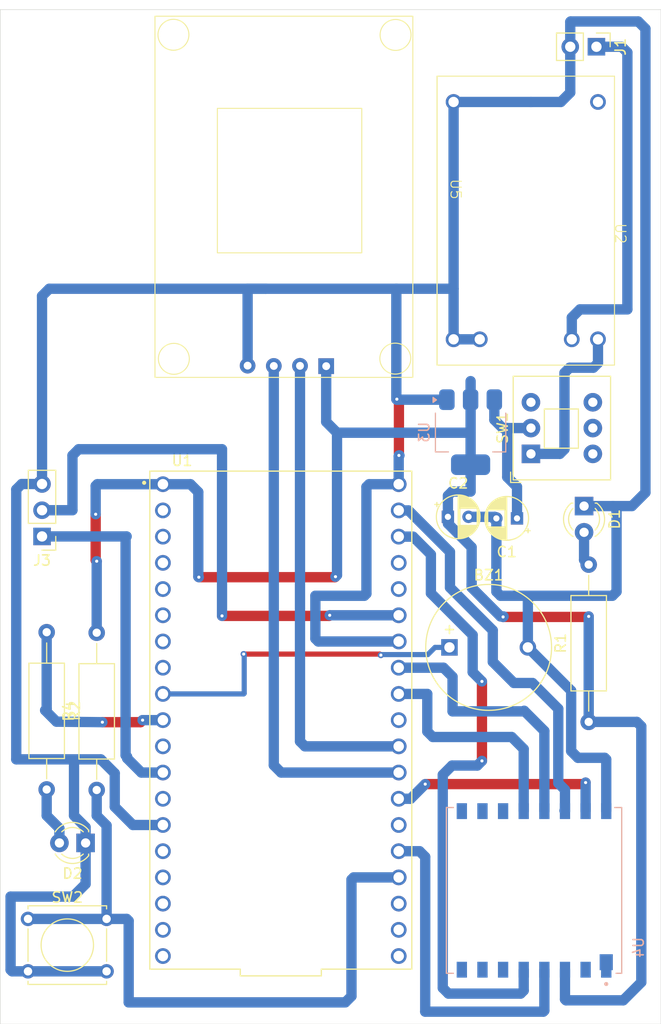
<source format=kicad_pcb>
(kicad_pcb (version 20240108) (generator "pcbnew") (generator_version "8.0")
  (layers (0 "F.Cu" signal) (31 "B.Cu" signal) (34 "B.Paste" user) (35 "F.Paste" user) (36 "B.SilkS" user "B.Silkscreen") (37 "F.SilkS" user "F.Silkscreen") (38 "B.Mask" user) (39 "F.Mask" user) (44 "Edge.Cuts" user))
  (net 0 "")
  (net 1 "BUZZER")
  (net 2 "GND")
  (net 3 "Net-(SW1-B)")
  (net 4 "3V3")
  (net 5 "Net-(D1-A)")
  (net 6 "Net-(D2-A)")
  (net 7 "Net-(J1-Pin_1)")
  (net 8 "WATER_LVL_PWR")
  (net 9 "WATER_LVL_ADC")
  (net 10 "LED1")
  (net 11 "PANIC_BTN")
  (net 12 "7.4V_BATT")
  (net 14 "GPS_RX")
  (net 15 "GPS_TX")
  (net 16 "MISO")
  (net 27 "DIO0")
  (net 28 "NSS")
  (net 38 "LORA_RST")
  (net 40 "SCK")
  (net 42 "MOSI")
  (footprint "Connector_PinHeader_2.54mm:PinHeader_1x02_P2.54mm_Vertical" (layer "F.Cu") (at 169.75 26.45 -90)
    (property "Reference" "J1" (at 0 -2.33 90) (layer "F.SilkS"))
    (property "Value" "7.4_BATT_IN")
    (pad "1" thru_hole rect (at 0 0 270) (size 1.7 1.7) (drill 1) (layers "*.Cu" "*.Mask") (net 7 "Net-(J1-Pin_1)"))
    (pad "2" thru_hole oval (at 0 2.54 270) (size 1.7 1.7) (drill 1) (layers "*.Cu" "*.Mask") (net 2 "GND"))
  )
  (footprint "Button_Switch_THT:SW_Push_2P2T_Toggle_CK_PVA2OAH5xxxxxxV2" (layer "F.Cu") (at 163.4 65.9 90)
    (property "Reference" "SW1" (at 2.5 -2.75 90) (layer "F.SilkS"))
    (property "Value" "ON/OFF")
    (pad "1" thru_hole rect (at 0 0 90) (size 1.8 1.8) (drill 0.9) (layers "*.Cu" "*.Mask") (net 12 "7.4V_BATT"))
    (pad "2" thru_hole circle (at 2.5 0 90) (size 1.8 1.8) (drill 0.9) (layers "*.Cu" "*.Mask") (net 3 "Net-(SW1-B)"))
    (pad "3" thru_hole circle (at 5 0 90) (size 1.8 1.8) (drill 0.9) (layers "*.Cu" "*.Mask"))
    (pad "4" thru_hole circle (at 0 6 90) (size 1.8 1.8) (drill 0.9) (layers "*.Cu" "*.Mask"))
    (pad "5" thru_hole circle (at 2.5 6 90) (size 1.8 1.8) (drill 0.9) (layers "*.Cu" "*.Mask"))
    (pad "6" thru_hole circle (at 5 6 90) (size 1.8 1.8) (drill 0.9) (layers "*.Cu" "*.Mask"))
  )
  (footprint "LED_THT:LED_D3.0mm" (layer "F.Cu") (at 168.55 70.96 -90)
    (property "Reference" "D1" (at 1.27 -2.96 90) (layer "F.SilkS"))
    (property "Value" "GREEN")
    (pad "1" thru_hole rect (at 0 0 270) (size 1.8 1.8) (drill 0.9) (layers "*.Cu" "*.Mask") (net 2 "GND"))
    (pad "2" thru_hole circle (at 2.54 0 270) (size 1.8 1.8) (drill 0.9) (layers "*.Cu" "*.Mask") (net 5 "Net-(D1-A)"))
  )
  (footprint "Resistor_THT:R_Axial_DIN0309_L9.0mm_D3.2mm_P15.24mm_Horizontal" (layer "F.Cu") (at 116.45 83.18 -90)
    (property "Reference" "R2" (at 7.62 -2.72 90) (layer "F.SilkS"))
    (property "Value" "200R")
    (pad "1" thru_hole circle (at 0 0 270) (size 1.6 1.6) (drill 0.8) (layers "*.Cu" "*.Mask") (net 10 "LED1"))
    (pad "2" thru_hole oval (at 15.24 0 270) (size 1.6 1.6) (drill 0.8) (layers "*.Cu" "*.Mask") (net 6 "Net-(D2-A)"))
  )
  (footprint "my-modules:NEO-6M-GPS-MODULE" (layer "F.Cu") (at 151.95 23.49 -90)
    (property "Reference" "U5" (at 16.76 -4.16 -90) (layer "F.SilkS") (effects (font (thickness 0.1))))
    (property "Value" "~")
    (pad "1" thru_hole rect (at 33.91 8.4 270) (size 1.524 1.524) (drill 0.762) (layers "*.Cu" "*.Mask") (net 4 "3V3"))
    (pad "2" thru_hole circle (at 33.88 10.94 270) (size 1.524 1.524) (drill 0.762) (layers "*.Cu" "*.Mask") (net 14 "GPS_RX"))
    (pad "3" thru_hole circle (at 33.89 13.48 270) (size 1.524 1.524) (drill 0.762) (layers "*.Cu" "*.Mask") (net 15 "GPS_TX"))
    (pad "4" thru_hole circle (at 33.86 16.02 270) (size 1.524 1.524) (drill 0.762) (layers "*.Cu" "*.Mask") (net 2 "GND"))
  )
  (footprint "my-modules:TP4056-MODULE" (layer "F.Cu") (at 154.3 29.3 -90)
    (property "Reference" "U2" (at 15.24 -17.78 -90) (layer "F.SilkS") (effects (font (thickness 0.1))))
    (property "Value" "~")
    (pad "1" thru_hole circle (at 2.5 -15.6 270) (size 1.524 1.524) (drill 1) (layers "*.Cu" "*.Mask"))
    (pad "2" thru_hole circle (at 2.5 -1.6 270) (size 1.524 1.524) (drill 1) (layers "*.Cu" "*.Mask") (net 2 "GND"))
    (pad "3" thru_hole circle (at 25.5 -1.6 270) (size 1.524 1.524) (drill 1) (layers "*.Cu" "*.Mask") (net 2 "GND"))
    (pad "4" thru_hole circle (at 25.5 -4.14 270) (size 1.524 1.524) (drill 1) (layers "*.Cu" "*.Mask") (net 2 "GND"))
    (pad "5" thru_hole circle (at 25.5 -13.06 270) (size 1.524 1.524) (drill 1) (layers "*.Cu" "*.Mask") (net 7 "Net-(J1-Pin_1)"))
    (pad "6" thru_hole circle (at 25.5 -15.6 270) (size 1.524 1.524) (drill 1) (layers "*.Cu" "*.Mask") (net 12 "7.4V_BATT"))
  )
  (footprint "Capacitor_THT:CP_Radial_D4.0mm_P2.00mm" (layer "F.Cu") (at 155.35 72)
    (property "Reference" "C2" (at 1 -3.25 360) (layer "F.SilkS"))
    (property "Value" "10uF")
    (pad "1" thru_hole rect (at 0 0) (size 1.2 1.2) (drill 0.6) (layers "*.Cu" "*.Mask") (net 4 "3V3"))
    (pad "2" thru_hole circle (at 2 0) (size 1.2 1.2) (drill 0.6) (layers "*.Cu" "*.Mask") (net 2 "GND"))
  )
  (footprint "Capacitor_THT:CP_Radial_D4.0mm_P2.00mm" (layer "F.Cu") (at 162.05 72.15 180)
    (property "Reference" "C1" (at 1 -3.25 360) (layer "F.SilkS"))
    (property "Value" "10uF")
    (pad "1" thru_hole rect (at 0 0 180) (size 1.2 1.2) (drill 0.6) (layers "*.Cu" "*.Mask") (net 3 "Net-(SW1-B)"))
    (pad "2" thru_hole circle (at 2 0 180) (size 1.2 1.2) (drill 0.6) (layers "*.Cu" "*.Mask") (net 2 "GND"))
  )
  (footprint "Buzzer_Beeper:MagneticBuzzer_ProSignal_ABI-010-RC" (layer "F.Cu") (at 155.5 84.65)
    (property "Reference" "BZ1" (at 3.8 -7 0) (layer "F.SilkS"))
    (property "Value" "Buzzer")
    (fp_text user "+" (at 0 -1.8 0) (layer "F.SilkS"))
    (pad "1" thru_hole rect (at 0 0) (size 1.6 1.6) (drill 1) (layers "*.Cu" "*.Mask") (net 1 "BUZZER"))
    (pad "2" thru_hole circle (at 7.6 0) (size 1.6 1.6) (drill 1) (layers "*.Cu" "*.Mask") (net 2 "GND"))
  )
  (footprint "Connector_PinHeader_2.54mm:PinHeader_1x03_P2.54mm_Vertical" (layer "F.Cu") (at 116 73.9 180)
    (property "Reference" "J3" (at 0 -2.33 360) (layer "F.SilkS"))
    (property "Value" "WATER LEVEL SENSOR")
    (pad "1" thru_hole rect (at 0 0 180) (size 1.7 1.7) (drill 1) (layers "*.Cu" "*.Mask") (net 9 "WATER_LVL_ADC"))
    (pad "2" thru_hole oval (at 0 2.54 180) (size 1.7 1.7) (drill 1) (layers "*.Cu" "*.Mask") (net 8 "WATER_LVL_PWR"))
    (pad "3" thru_hole oval (at 0 5.08 180) (size 1.7 1.7) (drill 1) (layers "*.Cu" "*.Mask") (net 2 "GND"))
  )
  (footprint "Resistor_THT:R_Axial_DIN0309_L9.0mm_D3.2mm_P15.24mm_Horizontal" (layer "F.Cu") (at 121.3 98.47 90)
    (property "Reference" "R4" (at 7.62 -2.72 90) (layer "F.SilkS"))
    (property "Value" "10k")
    (pad "1" thru_hole circle (at 0 0 90) (size 1.6 1.6) (drill 0.8) (layers "*.Cu" "*.Mask") (net 11 "PANIC_BTN"))
    (pad "2" thru_hole oval (at 15.24 0 90) (size 1.6 1.6) (drill 0.8) (layers "*.Cu" "*.Mask") (net 4 "3V3"))
  )
  (footprint "LED_THT:LED_D3.0mm" (layer "F.Cu") (at 120.225 103.6 180)
    (property "Reference" "D2" (at 1.27 -2.96 360) (layer "F.SilkS"))
    (property "Value" "GREEN")
    (pad "1" thru_hole rect (at 0 0 180) (size 1.8 1.8) (drill 0.9) (layers "*.Cu" "*.Mask") (net 2 "GND"))
    (pad "2" thru_hole circle (at 2.54 0 180) (size 1.8 1.8) (drill 0.9) (layers "*.Cu" "*.Mask") (net 6 "Net-(D2-A)"))
  )
  (footprint "NODEMCU-32S:MODULE_NODEMCU-32S" (layer "F.Cu") (at 139.15 91.7)
    (property "Reference" "U1" (at -9.575 -25.135 0) (layer "F.SilkS"))
    (property "Value" "NODEMCU-32S")
    (pad "J1_1" thru_hole circle (at -11.43 -22.86) (size 1.524 1.524) (drill 1.016) (layers "*.Cu" "*.Mask") (net 4 "3V3"))
    (pad "J1_2" thru_hole circle (at -11.43 -20.32) (size 1.524 1.524) (drill 1.016) (layers "*.Cu" "*.Mask"))
    (pad "J1_3" thru_hole circle (at -11.43 -17.78) (size 1.524 1.524) (drill 1.016) (layers "*.Cu" "*.Mask"))
    (pad "J1_4" thru_hole circle (at -11.43 -15.24) (size 1.524 1.524) (drill 1.016) (layers "*.Cu" "*.Mask"))
    (pad "J1_5" thru_hole circle (at -11.43 -12.7) (size 1.524 1.524) (drill 1.016) (layers "*.Cu" "*.Mask"))
    (pad "J1_6" thru_hole circle (at -11.43 -10.16) (size 1.524 1.524) (drill 1.016) (layers "*.Cu" "*.Mask"))
    (pad "J1_7" thru_hole circle (at -11.43 -7.62) (size 1.524 1.524) (drill 1.016) (layers "*.Cu" "*.Mask"))
    (pad "J1_8" thru_hole circle (at -11.43 -5.08) (size 1.524 1.524) (drill 1.016) (layers "*.Cu" "*.Mask"))
    (pad "J1_9" thru_hole circle (at -11.43 -2.54) (size 1.524 1.524) (drill 1.016) (layers "*.Cu" "*.Mask") (net 1 "BUZZER"))
    (pad "J1_10" thru_hole circle (at -11.43 0) (size 1.524 1.524) (drill 1.016) (layers "*.Cu" "*.Mask") (net 10 "LED1"))
    (pad "J1_11" thru_hole circle (at -11.43 2.54) (size 1.524 1.524) (drill 1.016) (layers "*.Cu" "*.Mask"))
    (pad "J1_12" thru_hole circle (at -11.43 5.08) (size 1.524 1.524) (drill 1.016) (layers "*.Cu" "*.Mask") (net 9 "WATER_LVL_ADC"))
    (pad "J1_13" thru_hole circle (at -11.43 7.62) (size 1.524 1.524) (drill 1.016) (layers "*.Cu" "*.Mask"))
    (pad "J1_14" thru_hole circle (at -11.43 10.16) (size 1.524 1.524) (drill 1.016) (layers "*.Cu" "*.Mask") (net 2 "GND"))
    (pad "J1_15" thru_hole circle (at -11.43 12.7) (size 1.524 1.524) (drill 1.016) (layers "*.Cu" "*.Mask"))
    (pad "J1_16" thru_hole circle (at -11.43 15.24) (size 1.524 1.524) (drill 1.016) (layers "*.Cu" "*.Mask"))
    (pad "J1_17" thru_hole circle (at -11.43 17.78) (size 1.524 1.524) (drill 1.016) (layers "*.Cu" "*.Mask"))
    (pad "J1_18" thru_hole circle (at -11.43 20.32) (size 1.524 1.524) (drill 1.016) (layers "*.Cu" "*.Mask"))
    (pad "J1_19" thru_hole circle (at -11.43 22.86) (size 1.524 1.524) (drill 1.016) (layers "*.Cu" "*.Mask"))
    (pad "J2_1" thru_hole circle (at 11.43 -22.86) (size 1.524 1.524) (drill 1.016) (layers "*.Cu" "*.Mask") (net 2 "GND"))
    (pad "J2_2" thru_hole circle (at 11.43 -20.32) (size 1.524 1.524) (drill 1.016) (layers "*.Cu" "*.Mask") (net 42 "MOSI"))
    (pad "J2_3" thru_hole circle (at 11.43 -17.78) (size 1.524 1.524) (drill 1.016) (layers "*.Cu" "*.Mask") (net 27 "DIO0"))
    (pad "J2_4" thru_hole circle (at 11.43 -15.24) (size 1.524 1.524) (drill 1.016) (layers "*.Cu" "*.Mask"))
    (pad "J2_5" thru_hole circle (at 11.43 -12.7) (size 1.524 1.524) (drill 1.016) (layers "*.Cu" "*.Mask"))
    (pad "J2_6" thru_hole circle (at 11.43 -10.16) (size 1.524 1.524) (drill 1.016) (layers "*.Cu" "*.Mask") (net 8 "WATER_LVL_PWR"))
    (pad "J2_7" thru_hole circle (at 11.43 -7.62) (size 1.524 1.524) (drill 1.016) (layers "*.Cu" "*.Mask") (net 2 "GND"))
    (pad "J2_8" thru_hole circle (at 11.43 -5.08) (size 1.524 1.524) (drill 1.016) (layers "*.Cu" "*.Mask") (net 16 "MISO"))
    (pad "J2_9" thru_hole circle (at 11.43 -2.54) (size 1.524 1.524) (drill 1.016) (layers "*.Cu" "*.Mask") (net 40 "SCK"))
    (pad "J2_10" thru_hole circle (at 11.43 0) (size 1.524 1.524) (drill 1.016) (layers "*.Cu" "*.Mask"))
    (pad "J2_11" thru_hole circle (at 11.43 2.54) (size 1.524 1.524) (drill 1.016) (layers "*.Cu" "*.Mask") (net 14 "GPS_RX"))
    (pad "J2_12" thru_hole circle (at 11.43 5.08) (size 1.524 1.524) (drill 1.016) (layers "*.Cu" "*.Mask") (net 15 "GPS_TX"))
    (pad "J2_13" thru_hole circle (at 11.43 7.62) (size 1.524 1.524) (drill 1.016) (layers "*.Cu" "*.Mask") (net 28 "NSS"))
    (pad "J2_14" thru_hole circle (at 11.43 10.16) (size 1.524 1.524) (drill 1.016) (layers "*.Cu" "*.Mask"))
    (pad "J2_15" thru_hole circle (at 11.43 12.7) (size 1.524 1.524) (drill 1.016) (layers "*.Cu" "*.Mask") (net 38 "LORA_RST"))
    (pad "J2_16" thru_hole circle (at 11.43 15.24) (size 1.524 1.524) (drill 1.016) (layers "*.Cu" "*.Mask") (net 11 "PANIC_BTN"))
    (pad "J2_17" thru_hole circle (at 11.43 17.78) (size 1.524 1.524) (drill 1.016) (layers "*.Cu" "*.Mask"))
    (pad "J2_18" thru_hole circle (at 11.43 20.32) (size 1.524 1.524) (drill 1.016) (layers "*.Cu" "*.Mask"))
    (pad "J2_19" thru_hole circle (at 11.43 22.86) (size 1.524 1.524) (drill 1.016) (layers "*.Cu" "*.Mask"))
  )
  (footprint "Resistor_THT:R_Axial_DIN0309_L9.0mm_D3.2mm_P15.24mm_Horizontal" (layer "F.Cu") (at 169 91.87 90)
    (property "Reference" "R1" (at 7.62 -2.72 90) (layer "F.SilkS"))
    (property "Value" "200R")
    (pad "1" thru_hole circle (at 0 0 90) (size 1.6 1.6) (drill 0.8) (layers "*.Cu" "*.Mask") (net 4 "3V3"))
    (pad "2" thru_hole oval (at 15.24 0 90) (size 1.6 1.6) (drill 0.8) (layers "*.Cu" "*.Mask") (net 5 "Net-(D1-A)"))
  )
  (footprint "Button_Switch_THT:SW_Tactile_Straight_KSL0Axx1LFTR" (layer "F.Cu") (at 114.64 110.96)
    (property "Reference" "SW2" (at 3.81 -2.08 360) (layer "F.SilkS"))
    (property "Value" "PANIC_BTN")
    (pad "1" thru_hole circle (at 0 0) (size 1.397 1.397) (drill 0.8128) (layers "*.Cu" "*.Mask") (net 11 "PANIC_BTN"))
    (pad "1" thru_hole circle (at 7.62 0) (size 1.397 1.397) (drill 0.8128) (layers "*.Cu" "*.Mask") (net 11 "PANIC_BTN"))
    (pad "2" thru_hole circle (at 0 5.08) (size 1.397 1.397) (drill 0.8128) (layers "*.Cu" "*.Mask") (net 2 "GND"))
    (pad "2" thru_hole circle (at 7.62 5.08) (size 1.397 1.397) (drill 0.8128) (layers "*.Cu" "*.Mask") (net 2 "GND"))
  )
  (footprint "RA-01H:XCVR_RA-01H" (layer "B.Cu") (at 163.7 108.2 90)
    (property "Reference" "U4" (at -5.525 10.135 90) (layer "B.SilkS") (effects (justify mirror)))
    (property "Value" "RA-01H")
    (pad "1" smd custom (at -7.6821 7 90) (size 1.5358 1) (layers "B.Cu") (options (clearance outline) (anchor rect)) (primitives (gr_poly (pts (xy 1.4941 0.635) (xy 1.4941 -0.635) (xy -0.0417 -0.635) (xy -0.0417 -0.5) (xy -0.7679 -0.5) (xy -0.7679 0.5) (xy -0.0417 0.5) (xy -0.0417 0.635)) (width 0.01) (fill yes))))
    (pad "2" smd rect (at -7.6821 5 90) (size 1.5358 1) (layers "B.Cu" "B.Paste" "B.Mask") (net 2 "GND"))
    (pad "3" smd rect (at -7.6821 3 90) (size 1.5358 1) (layers "B.Cu" "B.Paste" "B.Mask") (net 4 "3V3"))
    (pad "4" smd rect (at -7.6821 1 90) (size 1.5358 1) (layers "B.Cu" "B.Paste" "B.Mask") (net 38 "LORA_RST"))
    (pad "5" smd rect (at -7.6821 -1 90) (size 1.5358 1) (layers "B.Cu" "B.Paste" "B.Mask") (net 27 "DIO0"))
    (pad "6" smd rect (at -7.6821 -3 90) (size 1.5358 1) (layers "B.Cu" "B.Paste" "B.Mask"))
    (pad "7" smd rect (at -7.6821 -5 90) (size 1.5358 1) (layers "B.Cu" "B.Paste" "B.Mask"))
    (pad "8" smd rect (at -7.6821 -7 90) (size 1.5358 1) (layers "B.Cu" "B.Paste" "B.Mask"))
    (pad "9" smd rect (at 7.6821 -7 90) (size 1.5358 1) (layers "B.Cu" "B.Paste" "B.Mask") (net 2 "GND"))
    (pad "10" smd rect (at 7.6821 -5 90) (size 1.5358 1) (layers "B.Cu" "B.Paste" "B.Mask"))
    (pad "11" smd rect (at 7.6821 -3 90) (size 1.5358 1) (layers "B.Cu" "B.Paste" "B.Mask"))
    (pad "12" smd rect (at 7.6821 -1 90) (size 1.5358 1) (layers "B.Cu" "B.Paste" "B.Mask") (net 40 "SCK"))
    (pad "13" smd rect (at 7.6821 1 90) (size 1.5358 1) (layers "B.Cu" "B.Paste" "B.Mask") (net 16 "MISO"))
    (pad "14" smd rect (at 7.6821 3 90) (size 1.5358 1) (layers "B.Cu" "B.Paste" "B.Mask") (net 42 "MOSI"))
    (pad "15" smd rect (at 7.6821 5 90) (size 1.5358 1) (layers "B.Cu" "B.Paste" "B.Mask") (net 28 "NSS"))
    (pad "16" smd rect (at 7.6821 7 90) (size 1.5358 1) (layers "B.Cu" "B.Paste" "B.Mask") (net 2 "GND"))
  )
  (footprint "Package_TO_SOT_SMD:SOT-223-3_TabPin2" (layer "B.Cu") (at 157.55 63.8 -90)
    (property "Reference" "U3" (at 0 4.5 90) (layer "B.SilkS") (effects (justify mirror)))
    (property "Value" "AMS1117-3.3")
    (pad "1" smd roundrect (at -3.15 2.3 270) (size 2 1.5) (layers "B.Cu" "B.Paste" "B.Mask") (net 2 "GND"))
    (pad "2" smd roundrect (at -3.15 0 270) (size 2 1.5) (layers "B.Cu" "B.Paste" "B.Mask") (net 4 "3V3"))
    (pad "2" smd roundrect (at 3.15 0 270) (size 2 3.8) (layers "B.Cu" "B.Paste" "B.Mask") (net 4 "3V3"))
    (pad "3" smd roundrect (at -3.15 -2.3 270) (size 2 1.5) (layers "B.Cu" "B.Paste" "B.Mask") (net 3 "Net-(SW1-B)"))
  )
  (gr_rect (start 111.95 22.85) (end 176 121.15) (stroke (width 0.05)) (fill none) (layer "Edge.Cuts"))
  (segment (start 135.55 85.3) (end 148.75 85.3) (width 0.5) (layer "F.Cu") (net 1))
  (segment (start 148.75 85.3) (end 148.85 85.4) (width 0.5) (layer "F.Cu") (net 1))
  (via (at 135.55 85.3) (size 0.6) (drill 0.3) (layers "F.Cu" "B.Cu") (net 1))
  (via (at 148.85 85.4) (size 0.6) (drill 0.3) (layers "F.Cu" "B.Cu") (net 1))
  (segment (start 154.1 84.65) (end 155.5 84.65) (width 0.5) (layer "B.Cu") (net 1))
  (segment (start 148.8 85.4) (end 148.85 85.4) (width 0.5) (layer "B.Cu") (net 1))
  (segment (start 148.85 85.4) (end 148.85 85.35) (width 0.5) (layer "B.Cu") (net 1))
  (segment (start 148.85 85.35) (end 153.4 85.35) (width 0.5) (layer "B.Cu") (net 1))
  (segment (start 153.4 85.35) (end 154.1 84.65) (width 0.5) (layer "B.Cu") (net 1))
  (segment (start 135.55 85.3) (end 135.6 85.35) (width 0.5) (layer "B.Cu") (net 1))
  (segment (start 127.72 89.16) (end 135.55 89.16) (width 0.5) (layer "B.Cu") (net 1))
  (segment (start 135.6 89.11) (end 135.55 89.16) (width 0.5) (layer "B.Cu") (net 1))
  (segment (start 148.85 85.35) (end 148.85 85.35) (width 0.5) (layer "B.Cu") (net 1))
  (segment (start 135.6 85.35) (end 135.6 89.11) (width 0.5) (layer "B.Cu") (net 1))
  (segment (start 150.6 66.05) (end 150.6 60.8) (width 1) (layer "F.Cu") (net 2))
  (segment (start 150.6 60.8) (end 150.4 60.6) (width 1) (layer "F.Cu") (net 2))
  (via (at 150.6 66.05) (size 0.6) (drill 0.3) (layers "F.Cu" "B.Cu") (net 2))
  (via (at 150.4 60.6) (size 0.6) (drill 0.3) (layers "F.Cu" "B.Cu") (net 2))
  (segment (start 142.5 83.8) (end 142.5 79.65) (width 1) (layer "B.Cu") (net 2))
  (segment (start 150.4 60.6) (end 150.4 60.65) (width 1) (layer "B.Cu") (net 2))
  (segment (start 167.3 94.7) (end 167.95 95.35) (width 1) (layer "B.Cu") (net 2))
  (segment (start 116 68.82) (end 116 50.6) (width 1) (layer "B.Cu") (net 2))
  (segment (start 147.71 68.84) (end 150.58 68.84) (width 1) (layer "B.Cu") (net 2))
  (segment (start 174.5 69.65) (end 173.19 70.96) (width 1) (layer "B.Cu") (net 2))
  (segment (start 150.4 60.65) (end 155.25 60.65) (width 1) (layer "B.Cu") (net 2))
  (segment (start 163.4 31.8) (end 155.9 31.8) (width 1) (layer "B.Cu") (net 2))
  (segment (start 114.03 68.82) (end 113.5 69.35) (width 1) (layer "B.Cu") (net 2))
  (segment (start 171.7 79.25) (end 171.3 79.65) (width 1) (layer "B.Cu") (net 2))
  (segment (start 135.93 49.9) (end 137.7 49.9) (width 1) (layer "B.Cu") (net 2))
  (segment (start 150.35 60.6) (end 150.35 60.6) (width 1) (layer "B.Cu") (net 2))
  (segment (start 113.1 116.04) (end 114.64 116.04) (width 1) (layer "B.Cu") (net 2))
  (segment (start 167.21 30.89) (end 166.3 31.8) (width 1) (layer "B.Cu") (net 2))
  (segment (start 162.95 79.65) (end 160.45 79.65) (width 1) (layer "B.Cu") (net 2))
  (segment (start 150.58 68.84) (end 150.58 66.12) (width 1) (layer "B.Cu") (net 2))
  (segment (start 119 108.8) (end 112.95 108.8) (width 1) (layer "B.Cu") (net 2))
  (segment (start 171.3 79.65) (end 162.95 79.65) (width 1) (layer "B.Cu") (net 2))
  (segment (start 159.9 72.3) (end 160.05 72.15) (width 1) (layer "B.Cu") (net 2))
  (segment (start 167.95 95.35) (end 170.55 95.35) (width 1) (layer "B.Cu") (net 2))
  (segment (start 150.58 66.12) (end 150.6 66.1) (width 1) (layer "B.Cu") (net 2))
  (segment (start 163.1 84.65) (end 163.1 79.8) (width 1) (layer "B.Cu") (net 2))
  (segment (start 142.78 84.08) (end 142.5 83.8) (width 1) (layer "B.Cu") (net 2))
  (segment (start 147.45 69.1) (end 147.71 68.84) (width 1) (layer "B.Cu") (net 2))
  (segment (start 171.36 70.96) (end 171.7 71.3) (width 1) (layer "B.Cu") (net 2))
  (segment (start 167.21 24.04) (end 167.25 24) (width 1) (layer "B.Cu") (net 2))
  (segment (start 167.21 26.45) (end 167.21 30.89) (width 1) (layer "B.Cu") (net 2))
  (segment (start 160.05 79.25) (end 160.05 72.15) (width 1) (layer "B.Cu") (net 2))
  (segment (start 120.225 103.6) (end 120.225 107.575) (width 1) (layer "B.Cu") (net 2))
  (segment (start 167.21 26.45) (end 167.21 24.04) (width 1) (layer "B.Cu") (net 2))
  (segment (start 155.9 54.8) (end 158.44 54.8) (width 1) (layer "B.Cu") (net 2))
  (segment (start 150.6 66.1) (end 150.6 66.05) (width 1) (layer "B.Cu") (net 2))
  (segment (start 150.35 49.9) (end 155.9 49.9) (width 1) (layer "B.Cu") (net 2))
  (segment (start 168.55 70.96) (end 171.36 70.96) (width 1) (layer "B.Cu") (net 2))
  (segment (start 166.3 31.8) (end 163.4 31.8) (width 1) (layer "B.Cu") (net 2))
  (segment (start 116.7 49.9) (end 137.7 49.9) (width 1) (layer "B.Cu") (net 2))
  (segment (start 167.25 24) (end 173.8 24) (width 1) (layer "B.Cu") (net 2))
  (segment (start 147.25 79.65) (end 147.45 79.45) (width 1) (layer "B.Cu") (net 2))
  (segment (start 150.4 60.65) (end 150.4 60.65) (width 1) (layer "B.Cu") (net 2))
  (segment (start 113.5 95.5) (end 121.7 95.5) (width 1) (layer "B.Cu") (net 2))
  (segment (start 174.5 24.7) (end 174.5 69.65) (width 1) (layer "B.Cu") (net 2))
  (segment (start 157.35 72) (end 159.9 72) (width 1) (layer "B.Cu") (net 2))
  (segment (start 119.1 95.85) (end 119.1 100.95) (width 1) (layer "B.Cu") (net 2))
  (segment (start 120.225 102.075) (end 120.225 103.6) (width 1) (layer "B.Cu") (net 2))
  (segment (start 150.65 66.05) (end 150.6 66.1) (width 1) (layer "B.Cu") (net 2))
  (segment (start 137.7 49.9) (end 150.35 49.9) (width 1) (layer "B.Cu") (net 2))
  (segment (start 170.7 95.5) (end 170.7 100.5179) (width 1) (layer "B.Cu") (net 2))
  (segment (start 171.7 71.3) (end 171.7 79.25) (width 1) (layer "B.Cu") (net 2))
  (segment (start 150.6 66.05) (end 150.65 66.05) (width 1) (layer "B.Cu") (net 2))
  (segment (start 163.1 84.65) (end 167.3 88.85) (width 1) (layer "B.Cu") (net 2))
  (segment (start 124.81 101.86) (end 127.72 101.86) (width 1) (layer "B.Cu") (net 2))
  (segment (start 173.19 70.96) (end 171.36 70.96) (width 1) (layer "B.Cu") (net 2))
  (segment (start 112.95 115.89) (end 113.1 116.04) (width 1) (layer "B.Cu") (net 2))
  (segment (start 123.05 100.1) (end 124.81 101.86) (width 1) (layer "B.Cu") (net 2))
  (segment (start 155.9 31.8) (end 155.9 49.9) (width 1) (layer "B.Cu") (net 2))
  (segment (start 142.5 79.65) (end 147.25 79.65) (width 1) (layer "B.Cu") (net 2))
  (segment (start 155.9 49.9) (end 155.9 54.8) (width 1) (layer "B.Cu") (net 2))
  (segment (start 116 68.82) (end 114.03 68.82) (width 1) (layer "B.Cu") (net 2))
  (segment (start 150.35 49.9) (end 150.35 60.6) (width 1) (layer "B.Cu") (net 2))
  (segment (start 119.1 100.95) (end 120.225 102.075) (width 1) (layer "B.Cu") (net 2))
  (segment (start 135.93 57.35) (end 135.93 49.9) (width 1) (layer "B.Cu") (net 2))
  (segment (start 150.58 84.08) (end 142.78 84.08) (width 1) (layer "B.Cu") (net 2))
  (segment (start 147.45 79.45) (end 147.45 69.1) (width 1) (layer "B.Cu") (net 2))
  (segment (start 163.1 79.8) (end 162.95 79.65) (width 1) (layer "B.Cu") (net 2))
  (segment (start 123.05 96.85) (end 123.05 100.1) (width 1) (layer "B.Cu") (net 2))
  (segment (start 170.55 95.35) (end 170.7 95.5) (width 1) (layer "B.Cu") (net 2))
  (segment (start 120.225 107.575) (end 119 108.8) (width 1) (layer "B.Cu") (net 2))
  (segment (start 150.35 60.6) (end 150.4 60.6) (width 1) (layer "B.Cu") (net 2))
  (segment (start 121.7 95.5) (end 123.05 96.85) (width 1) (layer "B.Cu") (net 2))
  (segment (start 116 50.6) (end 116.7 49.9) (width 1) (layer "B.Cu") (net 2))
  (segment (start 113.5 69.35) (end 113.5 95.5) (width 1) (layer "B.Cu") (net 2))
  (segment (start 114.64 116.04) (end 122.26 116.04) (width 1) (layer "B.Cu") (net 2))
  (segment (start 167.3 88.85) (end 167.3 94.7) (width 1) (layer "B.Cu") (net 2))
  (segment (start 160.45 79.65) (end 160.05 79.25) (width 1) (layer "B.Cu") (net 2))
  (segment (start 112.95 108.8) (end 112.95 115.89) (width 1) (layer "B.Cu") (net 2))
  (segment (start 173.8 24) (end 174.5 24.7) (width 1) (layer "B.Cu") (net 2))
  (segment (start 159.9 72) (end 160.05 72.15) (width 1) (layer "B.Cu") (net 2))
  (segment (start 162.05 69.1) (end 161.1 68.15) (width 1) (layer "B.Cu") (net 3))
  (segment (start 161.1 68.15) (end 161.1 63.4) (width 1) (layer "B.Cu") (net 3))
  (segment (start 161.1 63.4) (end 163.4 63.4) (width 1) (layer "B.Cu") (net 3))
  (segment (start 162.05 72.15) (end 162.05 69.1) (width 1) (layer "B.Cu") (net 3))
  (segment (start 160.65 63.4) (end 161.1 63.4) (width 1) (layer "B.Cu") (net 3))
  (segment (start 159.85 62.6) (end 160.65 63.4) (width 1) (layer "B.Cu") (net 3))
  (segment (start 159.85 60.65) (end 159.85 62.6) (width 1) (layer "B.Cu") (net 3))
  (segment (start 131.2 77.85) (end 144.4 77.85) (width 1) (layer "F.Cu") (net 4))
  (segment (start 160.7 81.7) (end 168.95 81.7) (width 1) (layer "F.Cu") (net 4))
  (segment (start 168.95 81.7) (end 169 81.65) (width 1) (layer "F.Cu") (net 4))
  (segment (start 144.4 77.85) (end 144.45 77.8) (width 1) (layer "F.Cu") (net 4))
  (segment (start 121.2 76.2) (end 121.3 76.3) (width 1) (layer "F.Cu") (net 4))
  (segment (start 121.2 71.75) (end 121.2 76.2) (width 1) (layer "F.Cu") (net 4))
  (via (at 169 81.65) (size 0.6) (drill 0.3) (layers "F.Cu" "B.Cu") (net 4))
  (via (at 160.7 81.7) (size 0.6) (drill 0.3) (layers "F.Cu" "B.Cu") (net 4))
  (via (at 131.2 77.85) (size 0.6) (drill 0.3) (layers "F.Cu" "B.Cu") (net 4))
  (via (at 144.45 77.8) (size 0.6) (drill 0.3) (layers "F.Cu" "B.Cu") (net 4))
  (via (at 121.3 76.3) (size 0.6) (drill 0.3) (layers "F.Cu" "B.Cu") (net 4))
  (via (at 121.2 71.75) (size 0.6) (drill 0.3) (layers "F.Cu" "B.Cu") (net 4))
  (segment (start 121.3 76.35) (end 121.3 76.3) (width 1) (layer "B.Cu") (net 4))
  (segment (start 121.2 71.75) (end 121.2 69) (width 1) (layer "B.Cu") (net 4))
  (segment (start 155.35 72.65) (end 157.65 74.95) (width 1) (layer "B.Cu") (net 4))
  (segment (start 127.72 68.84) (end 130.39 68.84) (width 1) (layer "B.Cu") (net 4))
  (segment (start 166.7 118.75) (end 166.7 115.8821) (width 1) (layer "B.Cu") (net 4))
  (segment (start 121.2 69) (end 121.36 68.84) (width 1) (layer "B.Cu") (net 4))
  (segment (start 157.55 63.85) (end 157.55 66.95) (width 1) (layer "B.Cu") (net 4))
  (segment (start 169 91.87) (end 173.67 91.87) (width 1) (layer "B.Cu") (net 4))
  (segment (start 131.15 77.8) (end 131.2 77.85) (width 1) (layer "B.Cu") (net 4))
  (segment (start 157.55 60.65) (end 157.55 58.85) (width 1) (layer "B.Cu") (net 4))
  (segment (start 131.15 69.6) (end 131.15 77.8) (width 1) (layer "B.Cu") (net 4))
  (segment (start 157.65 74.95) (end 157.65 78.547056) (width 1) (layer "B.Cu") (net 4))
  (segment (start 144.45 77.8) (end 144.45 77.8) (width 1) (layer "B.Cu") (net 4))
  (segment (start 155.75 69.55) (end 157.55 69.55) (width 1) (layer "B.Cu") (net 4))
  (segment (start 160.45 81.65) (end 160.7 81.7) (width 1) (layer "B.Cu") (net 4))
  (segment (start 169 81.85) (end 169 81.85) (width 1) (layer "B.Cu") (net 4))
  (segment (start 143.55 57.4) (end 143.55 62.8) (width 1) (layer "B.Cu") (net 4))
  (segment (start 121.3 76.3) (end 121.3 83.23) (width 1) (layer "B.Cu") (net 4))
  (segment (start 174.1 117.1) (end 172.35 118.85) (width 1) (layer "B.Cu") (net 4))
  (segment (start 130.39 68.84) (end 131.15 69.6) (width 1) (layer "B.Cu") (net 4))
  (segment (start 143.55 62.8) (end 144.6 63.85) (width 1) (layer "B.Cu") (net 4))
  (segment (start 157.55 69.55) (end 157.55 66.95) (width 1) (layer "B.Cu") (net 4))
  (segment (start 155.35 69.95) (end 155.75 69.55) (width 1) (layer "B.Cu") (net 4))
  (segment (start 144.45 77.8) (end 144.6 77.65) (width 1) (layer "B.Cu") (net 4))
  (segment (start 121.36 68.84) (end 127.72 68.84) (width 1) (layer "B.Cu") (net 4))
  (segment (start 157.55 60.65) (end 157.55 63.85) (width 1) (layer "B.Cu") (net 4))
  (segment (start 166.8 118.85) (end 166.7 118.75) (width 1) (layer "B.Cu") (net 4))
  (segment (start 172.35 118.85) (end 166.8 118.85) (width 1) (layer "B.Cu") (net 4))
  (segment (start 155.35 72) (end 155.35 69.95) (width 1) (layer "B.Cu") (net 4))
  (segment (start 144.6 63.85) (end 157.55 63.85) (width 1) (layer "B.Cu") (net 4))
  (segment (start 160.7 81.7) (end 160.75 81.65) (width 1) (layer "B.Cu") (net 4))
  (segment (start 174.1 92.3) (end 174.1 117.1) (width 1) (layer "B.Cu") (net 4))
  (segment (start 144.6 77.65) (end 144.6 63.85) (width 1) (layer "B.Cu") (net 4))
  (segment (start 169 91.87) (end 169 81.85) (width 1) (layer "B.Cu") (net 4))
  (segment (start 173.67 91.87) (end 174.1 92.3) (width 1) (layer "B.Cu") (net 4))
  (segment (start 155.35 72) (end 155.35 72.65) (width 1) (layer "B.Cu") (net 4))
  (segment (start 157.65 78.547056) (end 157.65 78.85) (width 1) (layer "B.Cu") (net 4))
  (segment (start 169 81.85) (end 169 81.65) (width 1) (layer "B.Cu") (net 4))
  (segment (start 157.65 78.85) (end 158.75 79.95) (width 1) (layer "B.Cu") (net 4))
  (segment (start 158.75 79.95) (end 160.45 81.65) (width 1) (layer "B.Cu") (net 4))
  (segment (start 168.55 73.5) (end 168.55 76.18) (width 1) (layer "B.Cu") (net 5))
  (segment (start 168.55 76.18) (end 169 76.63) (width 1) (layer "B.Cu") (net 5))
  (segment (start 116.45 98.42) (end 116.45 100.95) (width 1) (layer "B.Cu") (net 6))
  (segment (start 117.685 102.185) (end 117.685 103.6) (width 1) (layer "B.Cu") (net 6))
  (segment (start 116.45 100.95) (end 117.685 102.185) (width 1) (layer "B.Cu") (net 6))
  (segment (start 169.75 26.45) (end 172.2 26.45) (width 1) (layer "B.Cu") (net 7))
  (segment (start 172.75 27) (end 172.75 51.9) (width 1) (layer "B.Cu") (net 7))
  (segment (start 172.2 26.45) (end 172.75 27) (width 1) (layer "B.Cu") (net 7))
  (segment (start 172.75 51.9) (end 168.15 51.9) (width 1) (layer "B.Cu") (net 7))
  (segment (start 168.15 51.9) (end 167.36 52.69) (width 1) (layer "B.Cu") (net 7))
  (segment (start 167.36 52.69) (end 167.36 54.8) (width 1) (layer "B.Cu") (net 7))
  (segment (start 133.45 81.6) (end 143.83 81.6) (width 1) (layer "F.Cu") (net 8))
  (segment (start 143.83 81.6) (end 143.89 81.54) (width 1) (layer "F.Cu") (net 8))
  (via (at 143.89 81.54) (size 0.6) (drill 0.3) (layers "F.Cu" "B.Cu") (net 8))
  (via (at 133.45 81.6) (size 0.6) (drill 0.3) (layers "F.Cu" "B.Cu") (net 8))
  (segment (start 118.95 66.05) (end 119.55 65.45) (width 1) (layer "B.Cu") (net 8))
  (segment (start 119.55 65.45) (end 133.45 65.45) (width 1) (layer "B.Cu") (net 8))
  (segment (start 116 71.36) (end 118.95 71.36) (width 1) (layer "B.Cu") (net 8))
  (segment (start 143.89 81.54) (end 150.58 81.54) (width 1) (layer "B.Cu") (net 8))
  (segment (start 118.95 71.36) (end 118.95 66.05) (width 1) (layer "B.Cu") (net 8))
  (segment (start 133.45 65.45) (end 133.45 81.6) (width 1) (layer "B.Cu") (net 8))
  (segment (start 124.2 73.9) (end 124.1 74) (width 1) (layer "B.Cu") (net 9))
  (segment (start 124.1 74) (end 124.1 95.102944) (width 1) (layer "B.Cu") (net 9))
  (segment (start 125.63 96.78) (end 127.72 96.78) (width 1) (layer "B.Cu") (net 9))
  (segment (start 124.25 95.4) (end 125.63 96.78) (width 1) (layer "B.Cu") (net 9))
  (segment (start 124.25 95.252944) (end 124.25 95.4) (width 1) (layer "B.Cu") (net 9))
  (segment (start 124.1 95.102944) (end 124.25 95.252944) (width 1) (layer "B.Cu") (net 9))
  (segment (start 116 73.9) (end 124.2 73.9) (width 1) (layer "B.Cu") (net 9))
  (segment (start 125.55 91.9) (end 125.75 91.7) (width 1) (layer "F.Cu") (net 10))
  (segment (start 121.85 91.9) (end 125.55 91.9) (width 1) (layer "F.Cu") (net 10))
  (via (at 121.85 91.9) (size 0.6) (drill 0.3) (layers "F.Cu" "B.Cu") (net 10))
  (via (at 125.75 91.7) (size 0.6) (drill 0.3) (layers "F.Cu" "B.Cu") (net 10))
  (segment (start 116.3 90.75) (end 117.4 91.85) (width 1) (layer "B.Cu") (net 10))
  (segment (start 127.72 91.7) (end 125.75 91.7) (width 1) (layer "B.Cu") (net 10))
  (segment (start 116.45 83.18) (end 116.45 90.6) (width 1) (layer "B.Cu") (net 10))
  (segment (start 117.4 91.85) (end 121.85 91.9) (width 1) (layer "B.Cu") (net 10))
  (segment (start 116.45 90.6) (end 116.3 90.75) (width 1) (layer "B.Cu") (net 10))
  (segment (start 125.75 91.7) (end 125.8 91.7) (width 1) (layer "B.Cu") (net 10))
  (segment (start 114.64 110.96) (end 122.26 110.96) (width 1) (layer "B.Cu") (net 11))
  (segment (start 124.21 110.96) (end 124.4 111.15) (width 1) (layer "B.Cu") (net 11))
  (segment (start 146 118.45) (end 146 107.15) (width 1) (layer "B.Cu") (net 11))
  (segment (start 146.21 106.94) (end 150.58 106.94) (width 1) (layer "B.Cu") (net 11))
  (segment (start 121.3 98.47) (end 121.3 100.95) (width 1) (layer "B.Cu") (net 11))
  (segment (start 124.4 111.15) (end 124.4 119.05) (width 1) (layer "B.Cu") (net 11))
  (segment (start 122.26 101.91) (end 122.26 110.96) (width 1) (layer "B.Cu") (net 11))
  (segment (start 122.26 110.96) (end 124.21 110.96) (width 1) (layer "B.Cu") (net 11))
  (segment (start 145.4 119.05) (end 146 118.45) (width 1) (layer "B.Cu") (net 11))
  (segment (start 146 107.15) (end 146.21 106.94) (width 1) (layer "B.Cu") (net 11))
  (segment (start 124.4 119.05) (end 145.4 119.05) (width 1) (layer "B.Cu") (net 11))
  (segment (start 121.3 100.95) (end 122.26 101.91) (width 1) (layer "B.Cu") (net 11))
  (segment (start 166.65 58.05) (end 167.15 57.55) (width 1) (layer "B.Cu") (net 12))
  (segment (start 166.2 65.9) (end 166.65 65.45) (width 1) (layer "B.Cu") (net 12))
  (segment (start 169.45 57.55) (end 169.9 57.1) (width 1) (layer "B.Cu") (net 12))
  (segment (start 167.15 57.55) (end 169.45 57.55) (width 1) (layer "B.Cu") (net 12))
  (segment (start 169.9 57.1) (end 169.9 54.8) (width 1) (layer "B.Cu") (net 12))
  (segment (start 166.65 65.45) (end 166.65 58.05) (width 1) (layer "B.Cu") (net 12))
  (segment (start 163.4 65.9) (end 166.2 65.9) (width 1) (layer "B.Cu") (net 12))
  (segment (start 141.01 57.37) (end 141.01 93.76) (width 1) (layer "B.Cu") (net 14))
  (segment (start 141.49 94.24) (end 150.58 94.24) (width 1) (layer "B.Cu") (net 14))
  (segment (start 141.01 93.76) (end 141.49 94.24) (width 1) (layer "B.Cu") (net 14))
  (segment (start 138.47 96.07) (end 138.47 57.38) (width 1) (layer "B.Cu") (net 15))
  (segment (start 150.58 96.78) (end 139.18 96.78) (width 1) (layer "B.Cu") (net 15))
  (segment (start 139.18 96.78) (end 138.47 96.07) (width 1) (layer "B.Cu") (net 15))
  (segment (start 164.7 100.5179) (end 164.7 92.75) (width 1) (layer "B.Cu") (net 16))
  (segment (start 162.745 90.795) (end 162.69 90.85) (width 1) (layer "B.Cu") (net 16))
  (segment (start 154.92 86.62) (end 150.58 86.62) (width 1) (layer "B.Cu") (net 16))
  (segment (start 162.69 90.85) (end 155.8 90.85) (width 1) (layer "B.Cu") (net 16))
  (segment (start 164.7 92.75) (end 162.745 90.795) (width 1) (layer "B.Cu") (net 16))
  (segment (start 155.8 87.5) (end 154.92 86.62) (width 1) (layer "B.Cu") (net 16))
  (segment (start 155.8 90.85) (end 155.8 87.5) (width 1) (layer "B.Cu") (net 16))
  (segment (start 158.65 95.65) (end 158.65 87.95) (width 1) (layer "F.Cu") (net 27))
  (via (at 158.65 87.95) (size 0.6) (drill 0.3) (layers "F.Cu" "B.Cu") (net 27))
  (via (at 158.65 95.65) (size 0.6) (drill 0.3) (layers "F.Cu" "B.Cu") (net 27))
  (segment (start 155.4 118.2) (end 162.4 118.2) (width 1) (layer "B.Cu") (net 27))
  (segment (start 162.4 118.2) (end 162.7 117.9) (width 1) (layer "B.Cu") (net 27))
  (segment (start 154.85 97) (end 154.85 117.65) (width 1) (layer "B.Cu") (net 27))
  (segment (start 158.65 95.65) (end 158.2 96.1) (width 1) (layer "B.Cu") (net 27))
  (segment (start 158.2 96.1) (end 155.75 96.1) (width 1) (layer "B.Cu") (net 27))
  (segment (start 154.85 117.65) (end 155.4 118.2) (width 1) (layer "B.Cu") (net 27))
  (segment (start 157.75 83.45) (end 153.7 79.4) (width 1) (layer "B.Cu") (net 27))
  (segment (start 155.75 96.1) (end 154.85 97) (width 1) (layer "B.Cu") (net 27))
  (segment (start 153.7 75.65) (end 151.97 73.92) (width 1) (layer "B.Cu") (net 27))
  (segment (start 158.65 87.95) (end 157.75 87.05) (width 1) (layer "B.Cu") (net 27))
  (segment (start 151.97 73.92) (end 150.58 73.92) (width 1) (layer "B.Cu") (net 27))
  (segment (start 153.7 79.4) (end 153.7 75.65) (width 1) (layer "B.Cu") (net 27))
  (segment (start 157.75 87.05) (end 157.75 83.45) (width 1) (layer "B.Cu") (net 27))
  (segment (start 162.7 117.9) (end 162.7 115.8821) (width 1) (layer "B.Cu") (net 27))
  (segment (start 153.15 97.9) (end 168.55 97.9) (width 1) (layer "F.Cu") (net 28))
  (segment (start 168.55 97.9) (end 168.7 97.75) (width 1) (layer "F.Cu") (net 28))
  (via (at 153.15 97.9) (size 0.6) (drill 0.3) (layers "F.Cu" "B.Cu") (net 28))
  (via (at 168.7 97.75) (size 0.6) (drill 0.3) (layers "F.Cu" "B.Cu") (net 28))
  (segment (start 153.15 97.9) (end 151.73 99.32) (width 1) (layer "B.Cu") (net 28))
  (segment (start 151.73 99.32) (end 150.58 99.32) (width 1) (layer "B.Cu") (net 28))
  (segment (start 168.7 97.75) (end 168.7 100.5179) (width 1) (layer "B.Cu") (net 28))
  (segment (start 153.15 104.95) (end 152.6 104.4) (width 1) (layer "B.Cu") (net 38))
  (segment (start 164.7 115.8821) (end 164.7 119.85) (width 1) (layer "B.Cu") (net 38))
  (segment (start 152.6 104.4) (end 150.58 104.4) (width 1) (layer "B.Cu") (net 38))
  (segment (start 164.6 119.95) (end 153.15 119.95) (width 1) (layer "B.Cu") (net 38))
  (segment (start 153.15 119.95) (end 153.15 104.95) (width 1) (layer "B.Cu") (net 38))
  (segment (start 164.7 119.85) (end 164.6 119.95) (width 1) (layer "B.Cu") (net 38))
  (segment (start 153.885 93.335) (end 153.35 92.8) (width 1) (layer "B.Cu") (net 40))
  (segment (start 162.7 94.5) (end 161.535 93.335) (width 1) (layer "B.Cu") (net 40))
  (segment (start 162.7 100.5179) (end 162.7 94.5) (width 1) (layer "B.Cu") (net 40))
  (segment (start 153.35 89.16) (end 150.58 89.16) (width 1) (layer "B.Cu") (net 40))
  (segment (start 153.35 92.8) (end 153.35 89.16) (width 1) (layer "B.Cu") (net 40))
  (segment (start 161.535 93.335) (end 153.885 93.335) (width 1) (layer "B.Cu") (net 40))
  (segment (start 155.55 78.85) (end 155.55 75.4) (width 1) (layer "B.Cu") (net 42))
  (segment (start 166.05 97.8) (end 166.05 90.6) (width 1) (layer "B.Cu") (net 42))
  (segment (start 159.7 83) (end 155.55 78.85) (width 1) (layer "B.Cu") (net 42))
  (segment (start 166.7 100.5179) (end 166.7 98.45) (width 1) (layer "B.Cu") (net 42))
  (segment (start 163.55 88.1) (end 161.75 88.1) (width 1) (layer "B.Cu") (net 42))
  (segment (start 155.55 75.4) (end 151.53 71.38) (width 1) (layer "B.Cu") (net 42))
  (segment (start 166.65 100.4679) (end 166.7 100.5179) (width 1) (layer "B.Cu") (net 42))
  (segment (start 159.7 86.05) (end 159.7 83) (width 1) (layer "B.Cu") (net 42))
  (segment (start 166.05 90.6) (end 163.55 88.1) (width 1) (layer "B.Cu") (net 42))
  (segment (start 161.75 88.1) (end 159.7 86.05) (width 1) (layer "B.Cu") (net 42))
  (segment (start 151.53 71.38) (end 150.58 71.38) (width 1) (layer "B.Cu") (net 42))
  (segment (start 166.7 98.45) (end 166.05 97.8) (width 1) (layer "B.Cu") (net 42))
)
</source>
